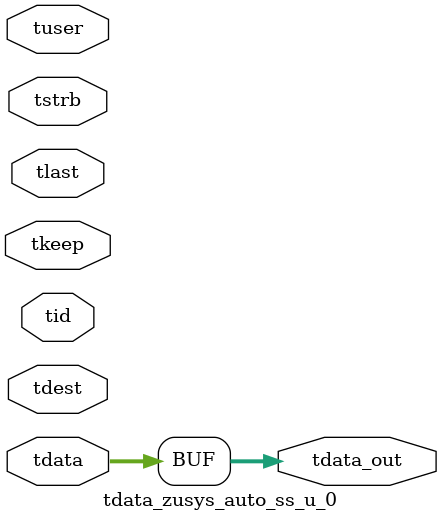
<source format=v>


`timescale 1ps/1ps

module tdata_zusys_auto_ss_u_0 #
(
parameter C_S_AXIS_TDATA_WIDTH = 32,
parameter C_S_AXIS_TUSER_WIDTH = 0,
parameter C_S_AXIS_TID_WIDTH   = 0,
parameter C_S_AXIS_TDEST_WIDTH = 0,
parameter C_M_AXIS_TDATA_WIDTH = 32
)
(
input  [(C_S_AXIS_TDATA_WIDTH == 0 ? 1 : C_S_AXIS_TDATA_WIDTH)-1:0     ] tdata,
input  [(C_S_AXIS_TUSER_WIDTH == 0 ? 1 : C_S_AXIS_TUSER_WIDTH)-1:0     ] tuser,
input  [(C_S_AXIS_TID_WIDTH   == 0 ? 1 : C_S_AXIS_TID_WIDTH)-1:0       ] tid,
input  [(C_S_AXIS_TDEST_WIDTH == 0 ? 1 : C_S_AXIS_TDEST_WIDTH)-1:0     ] tdest,
input  [(C_S_AXIS_TDATA_WIDTH/8)-1:0 ] tkeep,
input  [(C_S_AXIS_TDATA_WIDTH/8)-1:0 ] tstrb,
input                                                                    tlast,
output [C_M_AXIS_TDATA_WIDTH-1:0] tdata_out
);

assign tdata_out = {tdata[31:0]};

endmodule


</source>
